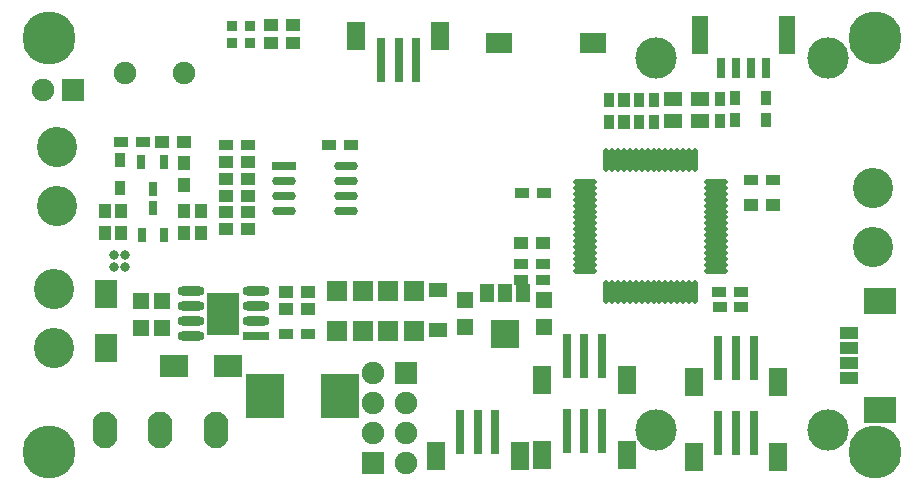
<source format=gts>
G04*
G04 #@! TF.GenerationSoftware,Altium Limited,Altium Designer,24.0.1 (36)*
G04*
G04 Layer_Color=8388736*
%FSLAX44Y44*%
%MOMM*%
G71*
G04*
G04 #@! TF.SameCoordinates,72622C8A-B07E-4F55-B3FE-632304D3AF33*
G04*
G04*
G04 #@! TF.FilePolarity,Negative*
G04*
G01*
G75*
%ADD54R,2.4032X1.9532*%
%ADD55R,1.6000X2.4000*%
%ADD56R,0.8000X3.7000*%
%ADD57R,1.2192X0.9652*%
%ADD58R,1.2192X1.0032*%
%ADD59R,1.0032X1.2192*%
%ADD60R,0.6532X1.2032*%
%ADD61R,0.9532X1.2032*%
%ADD62R,0.9016X0.9016*%
%ADD63R,2.2032X1.7032*%
%ADD64R,0.8032X1.7032*%
%ADD65R,1.4032X3.2032*%
%ADD66R,0.9652X1.2192*%
%ADD67R,1.5032X1.3032*%
%ADD68R,2.7032X2.3032*%
%ADD69R,1.5032X1.0032*%
%ADD70R,1.4732X1.4732*%
%ADD71R,1.2192X1.6002*%
%ADD72R,2.4032X2.4032*%
%ADD73R,1.5016X1.3016*%
%ADD74R,1.8032X1.7272*%
%ADD75R,2.0032X0.7532*%
%ADD76O,2.0032X0.7532*%
%ADD77O,2.3032X0.8032*%
%ADD78R,2.3032X0.8032*%
%ADD79R,2.7032X3.6032*%
%ADD80R,3.2032X3.7032*%
%ADD81R,1.9532X2.4032*%
%ADD82O,0.5032X2.0032*%
%ADD83O,2.0032X0.5032*%
%ADD84C,4.5000*%
%ADD85O,2.1016X3.1016*%
%ADD86R,1.9032X1.9032*%
%ADD87C,1.9032*%
%ADD88R,1.9032X1.9032*%
%ADD89C,3.4032*%
%ADD90C,1.9016*%
%ADD91C,3.5000*%
%ADD92C,0.8128*%
D54*
X130810Y97790D02*
D03*
X176810D02*
D03*
D55*
X642798Y84379D02*
D03*
X571380Y84291D02*
D03*
Y20791D02*
D03*
X642798Y20879D02*
D03*
X285392Y377282D02*
D03*
X356810Y377370D02*
D03*
X424180Y21590D02*
D03*
X352762Y21502D02*
D03*
X514528Y22149D02*
D03*
X443110Y22061D02*
D03*
Y85561D02*
D03*
X514528Y85649D02*
D03*
D56*
X621881Y104791D02*
D03*
X606880D02*
D03*
X591880D02*
D03*
Y41291D02*
D03*
X606880D02*
D03*
X621881D02*
D03*
X306309Y356870D02*
D03*
X321310D02*
D03*
X336310D02*
D03*
X403264Y42002D02*
D03*
X388262D02*
D03*
X373262D02*
D03*
X493611Y42561D02*
D03*
X478610D02*
D03*
X463610D02*
D03*
Y106061D02*
D03*
X478610D02*
D03*
X493611D02*
D03*
D57*
X280670Y284480D02*
D03*
X262128D02*
D03*
X174879D02*
D03*
X193421D02*
D03*
X85979Y287020D02*
D03*
X104521D02*
D03*
X593090Y147320D02*
D03*
X611632D02*
D03*
X611251Y160020D02*
D03*
X592709D02*
D03*
X443611Y170180D02*
D03*
X425069D02*
D03*
X424688Y184150D02*
D03*
X443230D02*
D03*
X244221Y124460D02*
D03*
X225679D02*
D03*
X619379Y255270D02*
D03*
X637921D02*
D03*
X444500Y243840D02*
D03*
X425958D02*
D03*
D58*
X174879Y256032D02*
D03*
X193421D02*
D03*
X174879Y241808D02*
D03*
X193421D02*
D03*
Y270256D02*
D03*
X174879D02*
D03*
Y213360D02*
D03*
X193421D02*
D03*
X174879Y227584D02*
D03*
X193421D02*
D03*
X121158Y287020D02*
D03*
X139700D02*
D03*
X231521Y370840D02*
D03*
X212979D02*
D03*
X231521Y386080D02*
D03*
X212979D02*
D03*
X424688Y201930D02*
D03*
X443230D02*
D03*
X244221Y146050D02*
D03*
X225679D02*
D03*
Y160020D02*
D03*
X244221D02*
D03*
X637921Y233680D02*
D03*
X619379D02*
D03*
D59*
X153670Y210439D02*
D03*
Y228981D02*
D03*
X139700D02*
D03*
Y210439D02*
D03*
X86360Y228981D02*
D03*
Y210439D02*
D03*
X72390Y228981D02*
D03*
Y210439D02*
D03*
X139700Y269240D02*
D03*
Y250698D02*
D03*
X511810Y304419D02*
D03*
Y322961D02*
D03*
D60*
X104140Y208280D02*
D03*
X123140D02*
D03*
X113640Y230960D02*
D03*
X122530Y270510D02*
D03*
X103530D02*
D03*
X113030Y247830D02*
D03*
D61*
X85090Y272076D02*
D03*
Y248625D02*
D03*
D62*
X195955Y370875D02*
D03*
X179965Y370805D02*
D03*
X195955Y385718D02*
D03*
X179965Y385648D02*
D03*
D63*
X406400Y370840D02*
D03*
X485728Y371040D02*
D03*
D64*
X594660Y349650D02*
D03*
X607160D02*
D03*
X619660D02*
D03*
X632160D02*
D03*
D65*
X576410Y377650D02*
D03*
X650410D02*
D03*
D66*
X632460Y324231D02*
D03*
Y305689D02*
D03*
X605790Y324231D02*
D03*
Y305689D02*
D03*
X593090Y323850D02*
D03*
Y305308D02*
D03*
X537210Y304419D02*
D03*
Y322961D02*
D03*
X524510D02*
D03*
Y304419D02*
D03*
X499110Y322961D02*
D03*
Y304419D02*
D03*
D67*
X576580Y304800D02*
D03*
X553580Y323800D02*
D03*
X576580Y323800D02*
D03*
X553580Y304800D02*
D03*
D68*
X728980Y152724D02*
D03*
Y60360D02*
D03*
D69*
X702564Y87792D02*
D03*
Y100292D02*
D03*
Y112792D02*
D03*
Y125292D02*
D03*
D70*
X444500Y153670D02*
D03*
Y130810D02*
D03*
X377190Y153670D02*
D03*
Y130810D02*
D03*
X120650Y152400D02*
D03*
Y129540D02*
D03*
X102870Y152400D02*
D03*
Y129540D02*
D03*
D71*
X396000Y159460D02*
D03*
X411240D02*
D03*
X426480D02*
D03*
D72*
X411480Y124460D02*
D03*
D73*
X354330Y127780D02*
D03*
Y161780D02*
D03*
D74*
X334010Y127000D02*
D03*
Y161290D02*
D03*
X312420Y127000D02*
D03*
Y161290D02*
D03*
X290830D02*
D03*
Y127000D02*
D03*
X269240D02*
D03*
Y161290D02*
D03*
D75*
X224360Y266700D02*
D03*
D76*
Y254000D02*
D03*
Y241300D02*
D03*
Y228600D02*
D03*
X276860Y266700D02*
D03*
Y254000D02*
D03*
Y241300D02*
D03*
Y228600D02*
D03*
D77*
X145370Y160860D02*
D03*
Y135460D02*
D03*
Y122760D02*
D03*
X200370Y160860D02*
D03*
Y148160D02*
D03*
Y135460D02*
D03*
X145370Y148160D02*
D03*
D78*
X200370Y122760D02*
D03*
D79*
X172870Y141810D02*
D03*
D80*
X208280Y72390D02*
D03*
X271780D02*
D03*
D81*
X73660Y158890D02*
D03*
Y112890D02*
D03*
D82*
X517170Y271654D02*
D03*
X572170D02*
D03*
Y160400D02*
D03*
X562170Y271654D02*
D03*
X567170D02*
D03*
X557170D02*
D03*
X552170D02*
D03*
X547170D02*
D03*
X542170D02*
D03*
X537170D02*
D03*
X532170D02*
D03*
X527170D02*
D03*
X522170D02*
D03*
X512170D02*
D03*
X507170D02*
D03*
X502170D02*
D03*
X497170D02*
D03*
Y160400D02*
D03*
X502170D02*
D03*
X507170D02*
D03*
X512170D02*
D03*
X517170D02*
D03*
X522170Y160400D02*
D03*
X527170D02*
D03*
X532170D02*
D03*
X537170Y160400D02*
D03*
X542170D02*
D03*
X547170D02*
D03*
X552170D02*
D03*
X557170D02*
D03*
X562170Y160400D02*
D03*
X567170D02*
D03*
D83*
X479170Y248400D02*
D03*
X590170D02*
D03*
X479170Y243400D02*
D03*
Y178400D02*
D03*
X590170Y253400D02*
D03*
X479170Y253400D02*
D03*
X479170Y238400D02*
D03*
Y233400D02*
D03*
X479170Y228400D02*
D03*
Y223400D02*
D03*
Y218400D02*
D03*
Y213400D02*
D03*
Y208400D02*
D03*
Y203400D02*
D03*
Y198400D02*
D03*
Y193400D02*
D03*
Y188400D02*
D03*
Y183400D02*
D03*
X590170Y178400D02*
D03*
X590170Y183400D02*
D03*
Y188400D02*
D03*
X590170Y193400D02*
D03*
Y198400D02*
D03*
Y203400D02*
D03*
Y208400D02*
D03*
Y213400D02*
D03*
X590170Y218400D02*
D03*
Y223400D02*
D03*
X590170Y228400D02*
D03*
Y233400D02*
D03*
Y238400D02*
D03*
Y243400D02*
D03*
D84*
X25000Y375000D02*
D03*
Y25000D02*
D03*
X725000Y375000D02*
D03*
Y25000D02*
D03*
D85*
X72390Y43180D02*
D03*
X119390D02*
D03*
X166390D02*
D03*
D86*
X327660Y91440D02*
D03*
X299720Y15420D02*
D03*
D87*
X327660Y66040D02*
D03*
Y40640D02*
D03*
Y15240D02*
D03*
X299720Y40820D02*
D03*
Y66220D02*
D03*
Y91620D02*
D03*
X20320Y331470D02*
D03*
D88*
X45720D02*
D03*
D89*
X31750Y232810D02*
D03*
Y282810D02*
D03*
X722630Y198520D02*
D03*
Y248520D02*
D03*
X29210Y113030D02*
D03*
Y163030D02*
D03*
D90*
X139700Y345440D02*
D03*
X89700D02*
D03*
D91*
X539530Y43140D02*
D03*
Y358140D02*
D03*
X684530Y43140D02*
D03*
Y358140D02*
D03*
D92*
X80089Y181841D02*
D03*
X90089D02*
D03*
X80089Y191841D02*
D03*
X90089D02*
D03*
M02*

</source>
